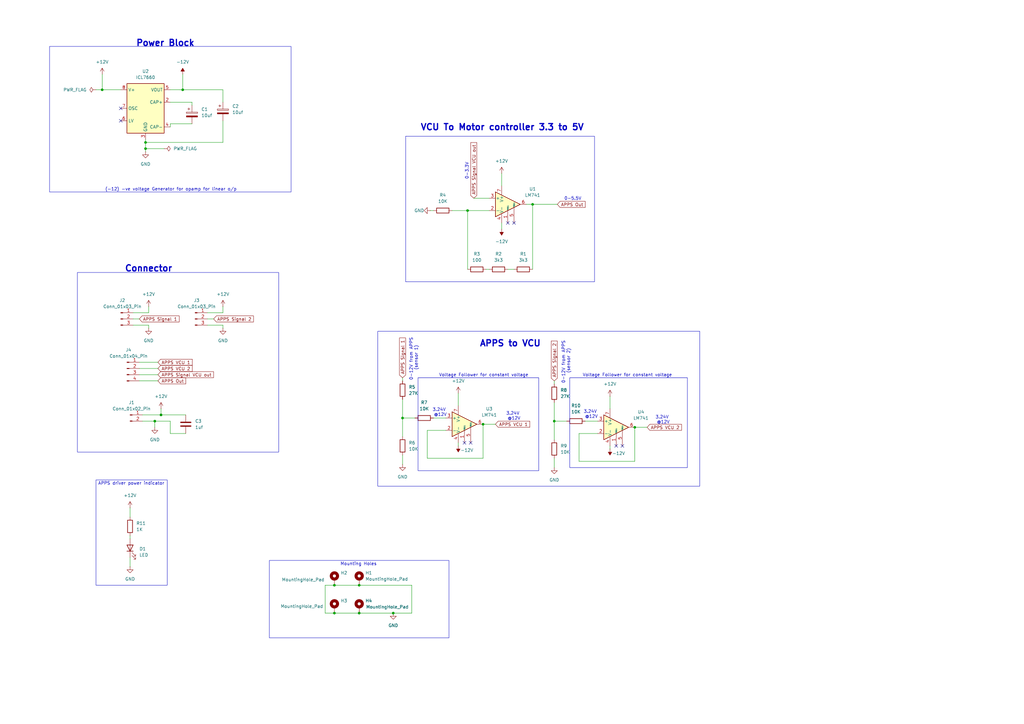
<source format=kicad_sch>
(kicad_sch (version 20231120) (generator "eeschema") (generator_version "8.0")
  (paper "A3")
  (lib_symbols
    (symbol "Amplifier_Operational:LM741" (pin_names (offset 0.127))
      (property "Reference" "U" (at 0 6.35 0))
      (property "Value" "LM741" (at 0 3.81 0))
      (symbol "LM741_0_1"
        (polyline (pts (xy -5.08 5.08) (xy 5.08 0) (xy -5.08 -5.08) (xy -5.08 5.08)) (stroke (width 0.254)) (fill (type background)))
      )
      (symbol "LM741_1_1"
        (pin input line (at 0 -7.62 90) (length 5.08) (name "NULL") (number "1"))
        (pin input line (at -7.62 -2.54 0) (length 2.54) (name "-") (number "2"))
        (pin input line (at -7.62 2.54 0) (length 2.54) (name "+") (number "3"))
        (pin power_in line (at -2.54 -7.62 90) (length 3.81) (name "V-") (number "4"))
        (pin input line (at 2.54 -7.62 90) (length 6.35) (name "NULL") (number "5"))
        (pin output line (at 7.62 0 180) (length 2.54) (name "~") (number "6"))
        (pin power_in line (at -2.54 7.62 270) (length 3.81) (name "V+") (number "7"))
        (pin no_connect line (at 0 2.54 270) (length 2.54) hide (name "NC") (number "8"))
      )
    )
    (symbol "Connector:Conn_01x02_Pin" (pin_names (offset 1.016) hide)
      (property "Reference" "J" (at 0 2.54 0))
      (property "Value" "Conn_01x02_Pin" (at 0 -5.08 0))
      (symbol "Conn_01x02_Pin_1_1"
        (polyline (pts (xy 1.27 -2.54) (xy 0.8636 -2.54)) (stroke (width 0.1524)))
        (polyline (pts (xy 1.27 0) (xy 0.8636 0)) (stroke (width 0.1524)))
        (rectangle (start 0.8636 -2.413) (end 0 -2.667) (stroke (width 0.1524)) (fill (type outline)))
        (rectangle (start 0.8636 0.127) (end 0 -0.127) (stroke (width 0.1524)) (fill (type outline)))
        (pin passive line (at 5.08 0 180) (length 3.81) (name "Pin_1") (number "1"))
        (pin passive line (at 5.08 -2.54 180) (length 3.81) (name "Pin_2") (number "2"))
      )
    )
    (symbol "Connector:Conn_01x03_Pin" (pin_names (offset 1.016) hide)
      (property "Reference" "J" (at 0 5.08 0))
      (property "Value" "Conn_01x03_Pin" (at 0 -5.08 0))
      (symbol "Conn_01x03_Pin_1_1"
        (polyline (pts (xy 1.27 -2.54) (xy 0.8636 -2.54)) (stroke (width 0.1524)))
        (polyline (pts (xy 1.27 0) (xy 0.8636 0)) (stroke (width 0.1524)))
        (polyline (pts (xy 1.27 2.54) (xy 0.8636 2.54)) (stroke (width 0.1524)))
        (rectangle (start 0.8636 -2.413) (end 0 -2.667) (stroke (width 0.1524)) (fill (type outline)))
        (rectangle (start 0.8636 0.127) (end 0 -0.127) (stroke (width 0.1524)) (fill (type outline)))
        (rectangle (start 0.8636 2.667) (end 0 2.413) (stroke (width 0.1524)) (fill (type outline)))
        (pin passive line (at 5.08 2.54 180) (length 3.81) (name "Pin_1") (number "1"))
        (pin passive line (at 5.08 0 180) (length 3.81) (name "Pin_2") (number "2"))
        (pin passive line (at 5.08 -2.54 180) (length 3.81) (name "Pin_3") (number "3"))
      )
    )
    (symbol "Connector:Conn_01x04_Pin" (pin_names (offset 1.016) hide)
      (property "Reference" "J" (at 0 5.08 0))
      (property "Value" "Conn_01x04_Pin" (at 0 -7.62 0))
      (symbol "Conn_01x04_Pin_1_1"
        (polyline (pts (xy 1.27 -5.08) (xy 0.8636 -5.08)) (stroke (width 0.1524)))
        (polyline (pts (xy 1.27 -2.54) (xy 0.8636 -2.54)) (stroke (width 0.1524)))
        (polyline (pts (xy 1.27 0) (xy 0.8636 0)) (stroke (width 0.1524)))
        (polyline (pts (xy 1.27 2.54) (xy 0.8636 2.54)) (stroke (width 0.1524)))
        (rectangle (start 0.8636 -4.953) (end 0 -5.207) (stroke (width 0.1524)) (fill (type outline)))
        (rectangle (start 0.8636 -2.413) (end 0 -2.667) (stroke (width 0.1524)) (fill (type outline)))
        (rectangle (start 0.8636 0.127) (end 0 -0.127) (stroke (width 0.1524)) (fill (type outline)))
        (rectangle (start 0.8636 2.667) (end 0 2.413) (stroke (width 0.1524)) (fill (type outline)))
        (pin passive line (at 5.08 2.54 180) (length 3.81) (name "Pin_1") (number "1"))
        (pin passive line (at 5.08 0 180) (length 3.81) (name "Pin_2") (number "2"))
        (pin passive line (at 5.08 -2.54 180) (length 3.81) (name "Pin_3") (number "3"))
        (pin passive line (at 5.08 -5.08 180) (length 3.81) (name "Pin_4") (number "4"))
      )
    )
    (symbol "Device:C" (pin_numbers hide) (pin_names (offset 0.254))
      (property "Reference" "C" (at 0.635 2.54 0))
      (property "Value" "C" (at 0.635 -2.54 0))
      (symbol "C_0_1"
        (polyline (pts (xy -2.032 -0.762) (xy 2.032 -0.762)) (stroke (width 0.508)))
        (polyline (pts (xy -2.032 0.762) (xy 2.032 0.762)) (stroke (width 0.508)))
      )
      (symbol "C_1_1"
        (pin passive line (at 0 3.81 270) (length 2.794) (name "~") (number "1"))
        (pin passive line (at 0 -3.81 90) (length 2.794) (name "~") (number "2"))
      )
    )
    (symbol "Device:C_Polarized" (pin_numbers hide) (pin_names (offset 0.254))
      (property "Reference" "C" (at 0.635 2.54 0))
      (property "Value" "C_Polarized" (at 0.635 -2.54 0))
      (symbol "C_Polarized_0_1"
        (rectangle (start -2.286 0.508) (end 2.286 1.016))
        (polyline (pts (xy -1.778 2.286) (xy -0.762 2.286)))
        (polyline (pts (xy -1.27 2.794) (xy -1.27 1.778)))
        (rectangle (start 2.286 -0.508) (end -2.286 -1.016) (fill (type outline)))
      )
      (symbol "C_Polarized_1_1"
        (pin passive line (at 0 3.81 270) (length 2.794) (name "~") (number "1"))
        (pin passive line (at 0 -3.81 90) (length 2.794) (name "~") (number "2"))
      )
    )
    (symbol "Device:LED" (pin_numbers hide) (pin_names (offset 1.016) hide)
      (property "Reference" "D" (at 0 2.54 0))
      (property "Value" "LED" (at 0 -2.54 0))
      (symbol "LED_0_1"
        (polyline (pts (xy -1.27 -1.27) (xy -1.27 1.27)) (stroke (width 0.254)))
        (polyline (pts (xy -1.27 0) (xy 1.27 0)))
        (polyline (pts (xy 1.27 -1.27) (xy 1.27 1.27) (xy -1.27 0) (xy 1.27 -1.27)) (stroke (width 0.254)))
        (polyline (pts (xy -3.048 -0.762) (xy -4.572 -2.286) (xy -3.81 -2.286) (xy -4.572 -2.286) (xy -4.572 -1.524)))
        (polyline (pts (xy -1.778 -0.762) (xy -3.302 -2.286) (xy -2.54 -2.286) (xy -3.302 -2.286) (xy -3.302 -1.524)))
      )
      (symbol "LED_1_1"
        (pin passive line (at -3.81 0 0) (length 2.54) (name "K") (number "1"))
        (pin passive line (at 3.81 0 180) (length 2.54) (name "A") (number "2"))
      )
    )
    (symbol "Device:R" (pin_numbers hide) (pin_names (offset 0))
      (property "Reference" "R" (at 2.032 0 90))
      (property "Value" "R" (at 0 0 90))
      (symbol "R_0_1"
        (rectangle (start -1.016 -2.54) (end 1.016 2.54) (stroke (width 0.254)))
      )
      (symbol "R_1_1"
        (pin passive line (at 0 3.81 270) (length 1.27) (name "~") (number "1"))
        (pin passive line (at 0 -3.81 90) (length 1.27) (name "~") (number "2"))
      )
    )
    (symbol "Mechanical:MountingHole_Pad" (pin_numbers hide) (pin_names (offset 1.016) hide) (exclude_from_sim yes) (in_bom no)
      (property "Reference" "H" (at 0 6.35 0))
      (property "Value" "MountingHole_Pad" (at 0 4.445 0))
      (symbol "MountingHole_Pad_0_1"
        (circle (center 0 1.27) (radius 1.27) (stroke (width 1.27)))
      )
      (symbol "MountingHole_Pad_1_1"
        (pin input line (at 0 -2.54 90) (length 2.54) (name "1") (number "1"))
      )
    )
    (symbol "Regulator_SwitchedCapacitor:ICL7660"
      (property "Reference" "U" (at -6.35 11.43 0))
      (property "Value" "ICL7660" (at 3.81 11.43 0))
      (symbol "ICL7660_0_1"
        (rectangle (start -7.62 10.16) (end 7.62 -10.16) (stroke (width 0.254)) (fill (type background)))
      )
      (symbol "ICL7660_1_1"
        (pin no_connect line (at -7.62 5.08 0) (length 2.54) hide (name "NC") (number "1"))
        (pin input line (at 10.16 2.54 180) (length 2.54) (name "CAP+") (number "2"))
        (pin power_in line (at 0 -12.7 90) (length 2.54) (name "GND") (number "3"))
        (pin input line (at 10.16 -7.62 180) (length 2.54) (name "CAP-") (number "4"))
        (pin power_out line (at 10.16 7.62 180) (length 2.54) (name "VOUT") (number "5"))
        (pin input line (at -10.16 -5.08 0) (length 2.54) (name "LV") (number "6"))
        (pin input line (at -10.16 0 0) (length 2.54) (name "OSC") (number "7"))
        (pin power_in line (at -10.16 7.62 0) (length 2.54) (name "V+") (number "8"))
      )
    )
    (symbol "power:+12V" (power) (pin_numbers hide) (pin_names (offset 0) hide)
      (property "Value" "+12V" (at 0 3.556 0))
      (symbol "+12V_0_1"
        (polyline (pts (xy -0.762 1.27) (xy 0 2.54)))
        (polyline (pts (xy 0 0) (xy 0 2.54)))
        (polyline (pts (xy 0 2.54) (xy 0.762 1.27)))
      )
      (symbol "+12V_1_1"
        (pin power_in line (at 0 0 90) (length 0) (name "~") (number "1"))
      )
    )
    (symbol "power:-12V" (power) (pin_numbers hide) (pin_names (offset 0) hide)
      (property "Value" "-12V" (at 0 3.556 0))
      (symbol "-12V_0_0"
        (pin power_in line (at 0 0 90) (length 0) (name "~") (number "1"))
      )
      (symbol "-12V_0_1"
        (polyline (pts (xy 0 0) (xy 0 1.27) (xy 0.762 1.27) (xy 0 2.54) (xy -0.762 1.27) (xy 0 1.27)) (fill (type outline)))
      )
    )
    (symbol "power:GND" (power) (pin_numbers hide) (pin_names (offset 0) hide)
      (property "Value" "GND" (at 0 -3.81 0))
      (symbol "GND_0_1"
        (polyline (pts (xy 0 0) (xy 0 -1.27) (xy 1.27 -1.27) (xy 0 -2.54) (xy -1.27 -1.27) (xy 0 -1.27)))
      )
      (symbol "GND_1_1"
        (pin power_in line (at 0 0 270) (length 0) (name "~") (number "1"))
      )
    )
    (symbol "power:PWR_FLAG" (power) (pin_numbers hide) (pin_names (offset 0) hide)
      (property "Value" "PWR_FLAG" (at 0 3.81 0))
      (symbol "PWR_FLAG_0_0"
        (pin power_out line (at 0 0 90) (length 0) (name "~") (number "1"))
      )
      (symbol "PWR_FLAG_0_1"
        (polyline (pts (xy 0 0) (xy 0 1.27) (xy -1.016 1.905) (xy 0 2.54) (xy 1.016 1.905) (xy 0 1.27)))
      )
    )
  )
  (junction (at 59.69 58.42))
  (junction (at 137.16 251.46))
  (junction (at 74.93 36.83))
  (junction (at 260.35 175.26))
  (junction (at 191.77 86.36))
  (junction (at 147.32 240.03))
  (junction (at 218.44 83.82))
  (junction (at 165.1 171.45))
  (junction (at 63.5 172.72))
  (junction (at 59.69 60.96))
  (junction (at 198.12 173.99))
  (junction (at 227.33 172.72))
  (junction (at 66.04 170.18))
  (junction (at 137.16 240.03))
  (junction (at 147.32 251.46))
  (junction (at 41.91 36.83))
  (junction (at 161.29 251.46))
  (no_connect (at 49.53 44.45))
  (no_connect (at 193.04 181.61))
  (no_connect (at 49.53 49.53))
  (no_connect (at 210.82 91.44))
  (no_connect (at 255.27 182.88))
  (no_connect (at 252.73 182.88))
  (no_connect (at 190.5 181.61))
  (no_connect (at 208.28 91.44))
  (wire (pts (xy 205.74 91.44) (xy 205.74 93.98)))
  (wire (pts (xy 250.19 162.56) (xy 250.19 167.64)))
  (wire (pts (xy 198.12 173.99) (xy 203.2 173.99)))
  (wire (pts (xy 54.61 130.81) (xy 57.15 130.81)))
  (wire (pts (xy 60.96 128.27) (xy 54.61 128.27)))
  (wire (pts (xy 41.91 30.48) (xy 41.91 36.83)))
  (wire (pts (xy 191.77 86.36) (xy 200.66 86.36)))
  (wire (pts (xy 59.69 60.96) (xy 67.31 60.96)))
  (wire (pts (xy 175.26 187.96) (xy 198.12 187.96)))
  (wire (pts (xy 260.35 189.23) (xy 260.35 175.26)))
  (wire (pts (xy 198.12 187.96) (xy 198.12 173.99)))
  (wire (pts (xy 91.44 133.35) (xy 91.44 134.62)))
  (wire (pts (xy 218.44 83.82) (xy 228.6 83.82)))
  (wire (pts (xy 66.04 167.64) (xy 66.04 170.18)))
  (wire (pts (xy 60.96 133.35) (xy 60.96 134.62)))
  (wire (pts (xy 69.85 50.8) (xy 69.85 52.07)))
  (wire (pts (xy 91.44 49.53) (xy 91.44 58.42)))
  (wire (pts (xy 191.77 110.49) (xy 191.77 86.36)))
  (wire (pts (xy 60.96 125.73) (xy 60.96 128.27)))
  (wire (pts (xy 59.69 60.96) (xy 59.69 62.23)))
  (wire (pts (xy 232.41 172.72) (xy 227.33 172.72)))
  (wire (pts (xy 137.16 251.46) (xy 147.32 251.46)))
  (wire (pts (xy 218.44 83.82) (xy 215.9 83.82)))
  (wire (pts (xy 63.5 172.72) (xy 63.5 175.26)))
  (wire (pts (xy 133.35 251.46) (xy 133.35 240.03)))
  (wire (pts (xy 168.91 240.03) (xy 168.91 251.46)))
  (wire (pts (xy 227.33 187.96) (xy 227.33 191.77)))
  (wire (pts (xy 187.96 181.61) (xy 187.96 182.88)))
  (wire (pts (xy 182.88 176.53) (xy 175.26 176.53)))
  (wire (pts (xy 58.42 170.18) (xy 66.04 170.18)))
  (wire (pts (xy 53.34 208.28) (xy 53.34 212.09)))
  (wire (pts (xy 260.35 175.26) (xy 265.43 175.26)))
  (wire (pts (xy 58.42 172.72) (xy 63.5 172.72)))
  (wire (pts (xy 175.26 176.53) (xy 175.26 187.96)))
  (wire (pts (xy 240.03 172.72) (xy 245.11 172.72)))
  (wire (pts (xy 147.32 240.03) (xy 168.91 240.03)))
  (wire (pts (xy 53.34 228.6) (xy 53.34 232.41)))
  (wire (pts (xy 199.39 110.49) (xy 200.66 110.49)))
  (wire (pts (xy 208.28 110.49) (xy 210.82 110.49)))
  (wire (pts (xy 137.16 251.46) (xy 133.35 251.46)))
  (wire (pts (xy 245.11 177.8) (xy 237.49 177.8)))
  (wire (pts (xy 165.1 171.45) (xy 165.1 163.83)))
  (wire (pts (xy 85.09 130.81) (xy 87.63 130.81)))
  (wire (pts (xy 41.91 36.83) (xy 49.53 36.83)))
  (wire (pts (xy 39.37 36.83) (xy 41.91 36.83)))
  (wire (pts (xy 59.69 58.42) (xy 59.69 57.15)))
  (wire (pts (xy 133.35 240.03) (xy 137.16 240.03)))
  (wire (pts (xy 227.33 156.21) (xy 227.33 157.48)))
  (wire (pts (xy 237.49 177.8) (xy 237.49 189.23)))
  (wire (pts (xy 74.93 36.83) (xy 69.85 36.83)))
  (wire (pts (xy 187.96 161.29) (xy 187.96 166.37)))
  (wire (pts (xy 205.74 71.12) (xy 205.74 76.2)))
  (wire (pts (xy 76.2 177.8) (xy 69.85 177.8)))
  (wire (pts (xy 170.18 171.45) (xy 165.1 171.45)))
  (wire (pts (xy 69.85 172.72) (xy 63.5 172.72)))
  (wire (pts (xy 177.8 171.45) (xy 182.88 171.45)))
  (wire (pts (xy 57.15 151.13) (xy 64.77 151.13)))
  (wire (pts (xy 78.74 41.91) (xy 78.74 43.18)))
  (wire (pts (xy 165.1 154.94) (xy 165.1 156.21)))
  (wire (pts (xy 165.1 171.45) (xy 165.1 179.07)))
  (wire (pts (xy 91.44 125.73) (xy 91.44 128.27)))
  (wire (pts (xy 66.04 170.18) (xy 76.2 170.18)))
  (wire (pts (xy 59.69 58.42) (xy 59.69 60.96)))
  (wire (pts (xy 91.44 128.27) (xy 85.09 128.27)))
  (wire (pts (xy 168.91 251.46) (xy 161.29 251.46)))
  (wire (pts (xy 57.15 148.59) (xy 64.77 148.59)))
  (wire (pts (xy 74.93 30.48) (xy 74.93 36.83)))
  (wire (pts (xy 161.29 251.46) (xy 147.32 251.46)))
  (wire (pts (xy 137.16 240.03) (xy 147.32 240.03)))
  (wire (pts (xy 185.42 86.36) (xy 191.77 86.36)))
  (wire (pts (xy 69.85 177.8) (xy 69.85 172.72)))
  (wire (pts (xy 91.44 58.42) (xy 59.69 58.42)))
  (wire (pts (xy 53.34 219.71) (xy 53.34 220.98)))
  (wire (pts (xy 176.53 86.36) (xy 177.8 86.36)))
  (wire (pts (xy 78.74 50.8) (xy 69.85 50.8)))
  (wire (pts (xy 85.09 133.35) (xy 91.44 133.35)))
  (wire (pts (xy 237.49 189.23) (xy 260.35 189.23)))
  (wire (pts (xy 54.61 133.35) (xy 60.96 133.35)))
  (wire (pts (xy 57.15 153.67) (xy 64.77 153.67)))
  (wire (pts (xy 218.44 110.49) (xy 218.44 83.82)))
  (wire (pts (xy 165.1 186.69) (xy 165.1 190.5)))
  (wire (pts (xy 69.85 41.91) (xy 78.74 41.91)))
  (wire (pts (xy 57.15 156.21) (xy 64.77 156.21)))
  (wire (pts (xy 227.33 172.72) (xy 227.33 165.1)))
  (wire (pts (xy 194.31 81.28) (xy 200.66 81.28)))
  (wire (pts (xy 74.93 36.83) (xy 91.44 36.83)))
  (wire (pts (xy 91.44 36.83) (xy 91.44 41.91)))
  (wire (pts (xy 250.19 182.88) (xy 250.19 184.15)))
  (wire (pts (xy 227.33 172.72) (xy 227.33 180.34)))
  (rectangle (start 31.75 111.76) (end 114.3 185.42))
  (rectangle (start 233.68 154.94) (end 281.94 191.77))
  (rectangle (start 110.49 229.87) (end 184.15 261.62))
  (rectangle (start 171.45 154.94) (end 220.98 193.04))
  (rectangle (start 20.32 19.05) (end 119.38 78.74))
  (rectangle (start 166.37 55.88) (end 243.84 115.57))
  (rectangle (start 154.94 135.89) (end 287.02 199.39))
  (rectangle (start 39.37 196.85) (end 68.58 240.03))
  (text "APPS to VCU" (at 209.296 140.97 0) (effects (font (size 2.54 2.54) (thickness 0.508) (bold yes))))
  (text "0-5.5V" (at 234.95 81.534 0) (effects (font (size 1.27 1.27))))
  (text "0-12V from APPS \n(sensor 2)\n\n" (at 233.172 148.082 90) (effects (font (size 1.27 1.27))))
  (text "VCU To Motor controller 3.3 to 5V\n\n" (at 205.994 54.356 0) (effects (font (size 2.54 2.54) (thickness 0.508) (bold yes))))
  (text "APPS driver power indicator\n" (at 53.848 198.374 0) (effects (font (size 1.27 1.27))))
  (text "3.24V \n@12V" (at 272.034 172.212 0) (effects (font (size 1.27 1.27))))
  (text "0-3.3V" (at 191.516 70.104 90) (effects (font (size 1.27 1.27))))
  (text "3.24V \n@12V" (at 180.594 169.164 0) (effects (font (size 1.27 1.27))))
  (text "(-12) -ve voltage Generator for opamp for linear o/p" (at 70.104 77.724 0) (effects (font (size 1.27 1.27))))
  (text "Mounting Holes\n" (at 147.066 231.394 0) (effects (font (size 1.27 1.27))))
  (text "Power Block" (at 67.818 17.78 0) (effects (font (size 2.54 2.54) (thickness 0.508) (bold yes))))
  (text "3.24V \n@12V" (at 210.82 170.688 0) (effects (font (size 1.27 1.27))))
  (text "Voltage Follower for constant voltage\n" (at 198.374 153.924 0) (effects (font (size 1.27 1.27))))
  (text "Connector\n" (at 60.96 110.236 0) (effects (font (size 2.54 2.54) (thickness 0.508) (bold yes))))
  (text "0-12V from APPS \n(sensor 1)\n\n" (at 170.688 146.812 90) (effects (font (size 1.27 1.27))))
  (text "3.24V \n@12V" (at 242.57 169.926 0) (effects (font (size 1.27 1.27))))
  (text "Voltage Follower for constant voltage\n" (at 257.302 153.924 0) (effects (font (size 1.27 1.27))))
  (global_label "APPS Signal 2" (shape input) (at 87.63 130.81 0) (property "Intersheetrefs" "${INTERSHEET_REFS}" (effects (hide yes))))
  (global_label "APPS Signal 2" (shape input) (at 227.33 156.21 90) (property "Intersheetrefs" "${INTERSHEET_REFS}" (effects (hide yes))))
  (global_label "APPS Signal VCU out" (shape input) (at 194.31 81.28 90) (property "Intersheetrefs" "${INTERSHEET_REFS}" (effects (hide yes))))
  (global_label "APPS VCU 2" (shape input) (at 64.77 151.13 0) (property "Intersheetrefs" "${INTERSHEET_REFS}" (effects (hide yes))))
  (global_label "APPS Out" (shape input) (at 64.77 156.21 0) (property "Intersheetrefs" "${INTERSHEET_REFS}" (effects (hide yes))))
  (global_label "APPS Out" (shape input) (at 228.6 83.82 0) (property "Intersheetrefs" "${INTERSHEET_REFS}" (effects (hide yes))))
  (global_label "APPS Signal 1" (shape input) (at 57.15 130.81 0) (property "Intersheetrefs" "${INTERSHEET_REFS}" (effects (hide yes))))
  (global_label "APPS VCU 1" (shape input) (at 203.2 173.99 0) (property "Intersheetrefs" "${INTERSHEET_REFS}" (effects (hide yes))))
  (global_label "APPS Signal 1" (shape input) (at 165.1 154.94 90) (property "Intersheetrefs" "${INTERSHEET_REFS}" (effects (hide yes))))
  (global_label "APPS VCU 1" (shape input) (at 64.77 148.59 0) (property "Intersheetrefs" "${INTERSHEET_REFS}" (effects (hide yes))))
  (global_label "APPS VCU 2" (shape input) (at 265.43 175.26 0) (property "Intersheetrefs" "${INTERSHEET_REFS}" (effects (hide yes))))
  (global_label "APPS Signal VCU out" (shape input) (at 64.77 153.67 0) (property "Intersheetrefs" "${INTERSHEET_REFS}" (effects (hide yes))))
  (symbol (lib_id "power:+12V") (at 41.91 30.48 0) (unit 1)
    (property "Reference" "#PWR06" (effects (hide yes)))
    (property "Value" "+12V" (at 41.91 25.4 0))
    (property "Description" "Power symbol creates a global label with name \"+12V\"" (effects (hide yes)))
  )
  (symbol (lib_id "Device:C_Polarized") (at 78.74 46.99 0) (unit 1)
    (property "Reference" "C1" (at 82.55 44.8309 0) (effects (justify left)))
    (property "Value" "10uf" (at 82.55 47.3709 0) (effects (justify left)))
    (property "Footprint" "Capacitor_THT:C_Radial_D4.0mm_H5.0mm_P1.50mm" (effects (hide yes)))
    (property "Description" "Polarized capacitor" (effects (hide yes)))
  )
  (symbol (lib_id "Device:R") (at 165.1 160.02 180) (unit 1)
    (property "Reference" "R5" (at 167.64 158.7499 0) (effects (justify right)))
    (property "Value" "27K" (at 167.64 161.2899 0) (effects (justify right)))
    (property "Footprint" "Resistor_THT:R_Axial_DIN0207_L6.3mm_D2.5mm_P7.62mm_Horizontal" (effects (hide yes)))
    (property "Description" "Resistor" (effects (hide yes)))
  )
  (symbol (lib_id "Device:R") (at 53.34 215.9 0) (unit 1)
    (property "Reference" "R11" (at 55.88 214.6299 0) (effects (justify left)))
    (property "Value" "1K" (at 55.88 217.1699 0) (effects (justify left)))
    (property "Footprint" "Resistor_THT:R_Axial_DIN0207_L6.3mm_D2.5mm_P7.62mm_Horizontal" (effects (hide yes)))
    (property "Description" "Resistor" (effects (hide yes)))
  )
  (symbol (lib_id "power:-12V") (at 74.93 30.48 0) (unit 1)
    (property "Reference" "#PWR07" (effects (hide yes)))
    (property "Value" "-12V" (at 74.93 25.4 0))
    (property "Description" "Power symbol creates a global label with name \"-12V\"" (effects (hide yes)))
  )
  (symbol (lib_id "power:PWR_FLAG") (at 39.37 36.83 90) (unit 1)
    (property "Reference" "#FLG01" (effects (hide yes)))
    (property "Value" "PWR_FLAG" (at 35.56 36.8299 90) (effects (justify left)))
    (property "Description" "Special symbol for telling ERC where power comes from" (effects (hide yes)))
  )
  (symbol (lib_id "Device:R") (at 173.99 171.45 270) (unit 1)
    (property "Reference" "R7" (at 173.99 165.1 90))
    (property "Value" "10K" (at 173.99 167.64 90))
    (property "Footprint" "Resistor_THT:R_Axial_DIN0207_L6.3mm_D2.5mm_P7.62mm_Horizontal" (effects (hide yes)))
    (property "Description" "Resistor" (effects (hide yes)))
  )
  (symbol (lib_id "power:GND") (at 63.5 175.26 0) (unit 1)
    (property "Reference" "#PWR02" (effects (hide yes)))
    (property "Value" "GND" (at 63.5 180.34 0))
    (property "Description" "Power symbol creates a global label with name \"GND\" , ground" (effects (hide yes)))
  )
  (symbol (lib_id "Device:R") (at 214.63 110.49 90) (unit 1)
    (property "Reference" "R1" (at 214.63 104.14 90))
    (property "Value" "3k3" (at 214.63 106.68 90))
    (property "Footprint" "Resistor_THT:R_Axial_DIN0207_L6.3mm_D2.5mm_P7.62mm_Horizontal" (effects (hide yes)))
    (property "Description" "Resistor" (effects (hide yes)))
  )
  (symbol (lib_id "Mechanical:MountingHole_Pad") (at 147.32 248.92 0) (unit 1) (exclude_from_sim yes) (in_bom no)
    (property "Reference" "H4" (at 149.86 246.3799 0) (effects (justify left)))
    (property "Value" "MountingHole_Pad" (at 150.114 248.92 0) (effects (justify left)))
    (property "Footprint" "MountingHole:MountingHole_3.5mm_Pad" (effects (hide yes)))
    (property "Description" "Mounting Hole with connection" (effects (hide yes)))
  )
  (symbol (lib_id "power:GND") (at 165.1 190.5 0) (unit 1)
    (property "Reference" "#PWR09" (effects (hide yes)))
    (property "Value" "GND" (at 165.1 195.58 0))
    (property "Description" "Power symbol creates a global label with name \"GND\" , ground" (effects (hide yes)))
  )
  (symbol (lib_id "Device:R") (at 204.47 110.49 90) (unit 1)
    (property "Reference" "R2" (at 204.47 104.14 90))
    (property "Value" "3k3" (at 204.47 106.68 90))
    (property "Footprint" "Resistor_THT:R_Axial_DIN0207_L6.3mm_D2.5mm_P7.62mm_Horizontal" (effects (hide yes)))
    (property "Description" "Resistor" (effects (hide yes)))
  )
  (symbol (lib_id "Regulator_SwitchedCapacitor:ICL7660") (at 59.69 44.45 0) (unit 1)
    (property "Reference" "U2" (at 59.69 29.21 0))
    (property "Value" "ICL7660" (at 59.69 31.75 0))
    (property "Footprint" "Package_SO:SOIC-8_3.9x4.9mm_P1.27mm" (effects (hide yes)))
    (property "Datasheet" "http://datasheets.maximintegrated.com/en/ds/ICL7660-MAX1044.pdf" (effects (hide yes)))
    (property "Description" "Switched-Capacitor Voltage Converter, 1.5V to 10.0V operating supply voltage, 10mA with a 0.5V output drop, SO-8/DIP-8/µMAX-8/TO-99" (effects (hide yes)))
  )
  (symbol (lib_id "power:+12V") (at 53.34 208.28 0) (unit 1)
    (property "Reference" "#PWR021" (effects (hide yes)))
    (property "Value" "+12V" (at 53.34 203.2 0))
    (property "Description" "Power symbol creates a global label with name \"+12V\"" (effects (hide yes)))
  )
  (symbol (lib_id "Device:C_Polarized") (at 91.44 45.72 0) (unit 1)
    (property "Reference" "C2" (at 95.25 43.5609 0) (effects (justify left)))
    (property "Value" "10uf" (at 95.25 46.1009 0) (effects (justify left)))
    (property "Footprint" "Capacitor_THT:C_Radial_D4.0mm_H5.0mm_P1.50mm" (effects (hide yes)))
    (property "Description" "Polarized capacitor" (effects (hide yes)))
  )
  (symbol (lib_id "Connector:Conn_01x03_Pin") (at 80.01 130.81 0) (unit 1)
    (property "Reference" "J3" (at 80.645 123.19 0))
    (property "Value" "Conn_01x03_Pin" (at 80.645 125.73 0))
    (property "Footprint" "Connector_PinHeader_2.54mm:PinHeader_1x03_P2.54mm_Vertical" (effects (hide yes)))
    (property "Description" "Generic connector, single row, 01x03, script generated" (effects (hide yes)))
  )
  (symbol (lib_id "Amplifier_Operational:LM741") (at 208.28 83.82 0) (unit 1)
    (property "Reference" "U1" (at 218.44 77.5014 0))
    (property "Value" "LM741" (at 218.44 80.0414 0))
    (property "Footprint" "Package_DIP:CERDIP-8_W7.62mm_SideBrazed_LongPads_Socket" (effects (hide yes)))
    (property "Datasheet" "http://www.ti.com/lit/ds/symlink/lm741.pdf" (effects (hide yes)))
    (property "Description" "Operational Amplifier, DIP-8/TO-99-8" (effects (hide yes)))
  )
  (symbol (lib_id "power:PWR_FLAG") (at 67.31 60.96 270) (unit 1)
    (property "Reference" "#FLG03" (effects (hide yes)))
    (property "Value" "PWR_FLAG" (at 71.12 60.9599 90) (effects (justify left)))
    (property "Description" "Special symbol for telling ERC where power comes from" (effects (hide yes)))
  )
  (symbol (lib_id "power:+12V") (at 91.44 125.73 0) (unit 1)
    (property "Reference" "#PWR018" (effects (hide yes)))
    (property "Value" "+12V" (at 91.44 120.65 0))
    (property "Description" "Power symbol creates a global label with name \"+12V\"" (effects (hide yes)))
  )
  (symbol (lib_id "power:+12V") (at 250.19 162.56 0) (unit 1)
    (property "Reference" "#PWR013" (effects (hide yes)))
    (property "Value" "+12V" (at 250.19 157.48 0))
    (property "Description" "Power symbol creates a global label with name \"+12V\"" (effects (hide yes)))
  )
  (symbol (lib_id "Mechanical:MountingHole_Pad") (at 147.32 237.49 0) (unit 1) (exclude_from_sim yes) (in_bom no)
    (property "Reference" "H1" (at 149.86 234.9499 0) (effects (justify left)))
    (property "Value" "MountingHole_Pad" (at 149.86 237.4899 0) (effects (justify left)))
    (property "Footprint" "MountingHole:MountingHole_3.5mm_Pad" (effects (hide yes)))
    (property "Description" "Mounting Hole with connection" (effects (hide yes)))
  )
  (symbol (lib_id "power:GND") (at 176.53 86.36 270) (unit 1)
    (property "Reference" "#PWR01" (effects (hide yes)))
    (property "Value" "GND" (at 173.99 86.36 90) (effects (justify right)))
    (property "Description" "Power symbol creates a global label with name \"GND\" , ground" (effects (hide yes)))
  )
  (symbol (lib_id "Connector:Conn_01x02_Pin") (at 53.34 170.18 0) (unit 1)
    (property "Reference" "J1" (at 53.975 165.1 0))
    (property "Value" "Conn_01x02_Pin" (at 53.975 167.64 0))
    (property "Footprint" "Connector_PinHeader_2.54mm:PinHeader_1x02_P2.54mm_Vertical" (effects (hide yes)))
    (property "Description" "Generic connector, single row, 01x02, script generated" (effects (hide yes)))
  )
  (symbol (lib_id "power:+12V") (at 66.04 167.64 0) (unit 1)
    (property "Reference" "#PWR04" (effects (hide yes)))
    (property "Value" "+12V" (at 66.04 162.56 0))
    (property "Description" "Power symbol creates a global label with name \"+12V\"" (effects (hide yes)))
  )
  (symbol (lib_id "power:GND") (at 91.44 134.62 0) (unit 1)
    (property "Reference" "#PWR019" (effects (hide yes)))
    (property "Value" "GND" (at 91.44 139.7 0))
    (property "Description" "Power symbol creates a global label with name \"GND\" , ground" (effects (hide yes)))
  )
  (symbol (lib_id "Connector:Conn_01x03_Pin") (at 49.53 130.81 0) (unit 1)
    (property "Reference" "J2" (at 50.165 123.19 0))
    (property "Value" "Conn_01x03_Pin" (at 50.165 125.73 0))
    (property "Footprint" "Connector_PinHeader_2.54mm:PinHeader_1x03_P2.54mm_Vertical" (effects (hide yes)))
    (property "Description" "Generic connector, single row, 01x03, script generated" (effects (hide yes)))
  )
  (symbol (lib_id "Connector:Conn_01x04_Pin") (at 52.07 151.13 0) (unit 1)
    (property "Reference" "J4" (at 52.705 143.51 0))
    (property "Value" "Conn_01x04_Pin" (at 52.705 146.05 0))
    (property "Footprint" "Connector_PinHeader_2.54mm:PinHeader_1x04_P2.54mm_Vertical" (effects (hide yes)))
    (property "Description" "Generic connector, single row, 01x04, script generated" (effects (hide yes)))
  )
  (symbol (lib_id "Mechanical:MountingHole_Pad") (at 137.16 248.92 0) (unit 1) (exclude_from_sim yes) (in_bom no)
    (property "Reference" "H3" (at 139.7 246.3799 0) (effects (justify left)))
    (property "Value" "MountingHole_Pad" (at 115.062 248.666 0) (effects (justify left)))
    (property "Footprint" "MountingHole:MountingHole_3.5mm_Pad" (effects (hide yes)))
    (property "Description" "Mounting Hole with connection" (effects (hide yes)))
  )
  (symbol (lib_id "power:+12V") (at 205.74 71.12 0) (unit 1)
    (property "Reference" "#PWR03" (effects (hide yes)))
    (property "Value" "+12V" (at 205.74 66.04 0))
    (property "Description" "Power symbol creates a global label with name \"+12V\"" (effects (hide yes)))
  )
  (symbol (lib_id "Amplifier_Operational:LM741") (at 252.73 175.26 0) (unit 1)
    (property "Reference" "U4" (at 262.89 168.9414 0))
    (property "Value" "LM741" (at 262.89 171.4814 0))
    (property "Footprint" "Package_DIP:CERDIP-8_W7.62mm_SideBrazed_LongPads_Socket" (effects (hide yes)))
    (property "Datasheet" "http://www.ti.com/lit/ds/symlink/lm741.pdf" (effects (hide yes)))
    (property "Description" "Operational Amplifier, DIP-8/TO-99-8" (effects (hide yes)))
  )
  (symbol (lib_id "power:+12V") (at 60.96 125.73 0) (unit 1)
    (property "Reference" "#PWR015" (effects (hide yes)))
    (property "Value" "+12V" (at 60.96 120.65 0))
    (property "Description" "Power symbol creates a global label with name \"+12V\"" (effects (hide yes)))
  )
  (symbol (lib_id "power:+12V") (at 187.96 161.29 0) (unit 1)
    (property "Reference" "#PWR010" (effects (hide yes)))
    (property "Value" "+12V" (at 187.96 156.21 0))
    (property "Description" "Power symbol creates a global label with name \"+12V\"" (effects (hide yes)))
  )
  (symbol (lib_id "Mechanical:MountingHole_Pad") (at 137.16 237.49 0) (unit 1) (exclude_from_sim yes) (in_bom no)
    (property "Reference" "H2" (at 139.7 234.9499 0) (effects (justify left)))
    (property "Value" "MountingHole_Pad" (at 115.57 237.744 0) (effects (justify left)))
    (property "Footprint" "MountingHole:MountingHole_3.5mm_Pad" (effects (hide yes)))
    (property "Description" "Mounting Hole with connection" (effects (hide yes)))
  )
  (symbol (lib_id "Device:R") (at 227.33 161.29 180) (unit 1)
    (property "Reference" "R8" (at 229.87 160.0199 0) (effects (justify right)))
    (property "Value" "27K" (at 229.87 162.5599 0) (effects (justify right)))
    (property "Footprint" "Resistor_THT:R_Axial_DIN0207_L6.3mm_D2.5mm_P7.62mm_Horizontal" (effects (hide yes)))
    (property "Description" "Resistor" (effects (hide yes)))
  )
  (symbol (lib_id "power:-12V") (at 187.96 182.88 180) (unit 1)
    (property "Reference" "#PWR011" (effects (hide yes)))
    (property "Value" "-12V" (at 191.516 184.658 0))
    (property "Description" "Power symbol creates a global label with name \"-12V\"" (effects (hide yes)))
  )
  (symbol (lib_id "Amplifier_Operational:LM741") (at 190.5 173.99 0) (unit 1)
    (property "Reference" "U3" (at 200.66 167.6714 0))
    (property "Value" "LM741" (at 200.66 170.2114 0))
    (property "Footprint" "Package_DIP:CERDIP-8_W7.62mm_SideBrazed_LongPads_Socket" (effects (hide yes)))
    (property "Datasheet" "http://www.ti.com/lit/ds/symlink/lm741.pdf" (effects (hide yes)))
    (property "Description" "Operational Amplifier, DIP-8/TO-99-8" (effects (hide yes)))
  )
  (symbol (lib_id "power:GND") (at 59.69 62.23 0) (unit 1)
    (property "Reference" "#PWR08" (effects (hide yes)))
    (property "Value" "GND" (at 59.69 67.31 0))
    (property "Description" "Power symbol creates a global label with name \"GND\" , ground" (effects (hide yes)))
  )
  (symbol (lib_id "power:GND") (at 161.29 251.46 0) (unit 1)
    (property "Reference" "#PWR017" (effects (hide yes)))
    (property "Value" "GND" (at 161.29 256.54 0))
    (property "Description" "Power symbol creates a global label with name \"GND\" , ground" (effects (hide yes)))
  )
  (symbol (lib_id "Device:R") (at 181.61 86.36 90) (unit 1)
    (property "Reference" "R4" (at 181.61 80.01 90))
    (property "Value" "10K" (at 181.61 82.55 90))
    (property "Footprint" "Resistor_THT:R_Axial_DIN0207_L6.3mm_D2.5mm_P7.62mm_Horizontal" (effects (hide yes)))
    (property "Description" "Resistor" (effects (hide yes)))
  )
  (symbol (lib_id "Device:R") (at 236.22 172.72 270) (unit 1)
    (property "Reference" "R10" (at 236.22 166.37 90))
    (property "Value" "10K" (at 236.22 168.91 90))
    (property "Footprint" "Resistor_THT:R_Axial_DIN0207_L6.3mm_D2.5mm_P7.62mm_Horizontal" (effects (hide yes)))
    (property "Description" "Resistor" (effects (hide yes)))
  )
  (symbol (lib_id "power:-12V") (at 205.74 93.98 180) (unit 1)
    (property "Reference" "#PWR05" (effects (hide yes)))
    (property "Value" "-12V" (at 205.74 99.06 0))
    (property "Description" "Power symbol creates a global label with name \"-12V\"" (effects (hide yes)))
  )
  (symbol (lib_id "power:-12V") (at 250.19 184.15 180) (unit 1)
    (property "Reference" "#PWR014" (effects (hide yes)))
    (property "Value" "-12V" (at 253.746 185.928 0))
    (property "Description" "Power symbol creates a global label with name \"-12V\"" (effects (hide yes)))
  )
  (symbol (lib_id "power:GND") (at 60.96 134.62 0) (unit 1)
    (property "Reference" "#PWR016" (effects (hide yes)))
    (property "Value" "GND" (at 60.96 139.7 0))
    (property "Description" "Power symbol creates a global label with name \"GND\" , ground" (effects (hide yes)))
  )
  (symbol (lib_id "power:GND") (at 53.34 232.41 0) (unit 1)
    (property "Reference" "#PWR020" (effects (hide yes)))
    (property "Value" "GND" (at 53.34 237.49 0))
    (property "Description" "Power symbol creates a global label with name \"GND\" , ground" (effects (hide yes)))
  )
  (symbol (lib_id "power:GND") (at 227.33 191.77 0) (unit 1)
    (property "Reference" "#PWR012" (effects (hide yes)))
    (property "Value" "GND" (at 227.33 196.85 0))
    (property "Description" "Power symbol creates a global label with name \"GND\" , ground" (effects (hide yes)))
  )
  (symbol (lib_id "Device:R") (at 195.58 110.49 90) (unit 1)
    (property "Reference" "R3" (at 195.58 104.14 90))
    (property "Value" "100" (at 195.58 106.68 90))
    (property "Footprint" "Resistor_THT:R_Axial_DIN0207_L6.3mm_D2.5mm_P7.62mm_Horizontal" (effects (hide yes)))
    (property "Description" "Resistor" (effects (hide yes)))
  )
  (symbol (lib_id "Device:R") (at 165.1 182.88 180) (unit 1)
    (property "Reference" "R6" (at 167.64 181.6099 0) (effects (justify right)))
    (property "Value" "10K" (at 167.64 184.1499 0) (effects (justify right)))
    (property "Footprint" "Resistor_THT:R_Axial_DIN0207_L6.3mm_D2.5mm_P7.62mm_Horizontal" (effects (hide yes)))
    (property "Description" "Resistor" (effects (hide yes)))
  )
  (symbol (lib_id "Device:LED") (at 53.34 224.79 90) (unit 1)
    (property "Reference" "D1" (at 57.15 225.1074 90) (effects (justify right)))
    (property "Value" "LED" (at 57.15 227.6474 90) (effects (justify right)))
    (property "Footprint" "LED_THT:LED_D5.0mm" (effects (hide yes)))
    (property "Description" "Light emitting diode" (effects (hide yes)))
  )
  (symbol (lib_id "Device:R") (at 227.33 184.15 180) (unit 1)
    (property "Reference" "R9" (at 229.87 182.8799 0) (effects (justify right)))
    (property "Value" "10K" (at 229.87 185.4199 0) (effects (justify right)))
    (property "Footprint" "Resistor_THT:R_Axial_DIN0207_L6.3mm_D2.5mm_P7.62mm_Horizontal" (effects (hide yes)))
    (property "Description" "Resistor" (effects (hide yes)))
  )
  (symbol (lib_id "Device:C") (at 76.2 173.99 0) (unit 1)
    (property "Reference" "C3" (at 80.01 172.7199 0) (effects (justify left)))
    (property "Value" "1uf" (at 80.01 175.2599 0) (effects (justify left)))
    (property "Footprint" "Capacitor_THT:C_Radial_D4.0mm_H5.0mm_P1.50mm" (effects (hide yes)))
    (property "Description" "Unpolarized capacitor" (effects (hide yes)))
  )
)
</source>
